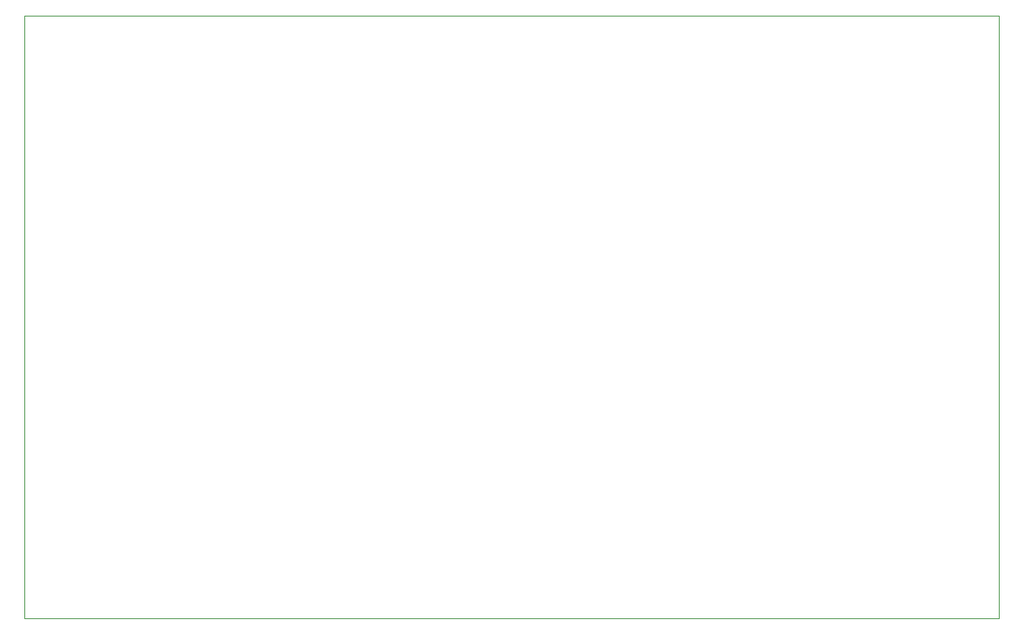
<source format=gm1>
G04 #@! TF.GenerationSoftware,KiCad,Pcbnew,(5.1.9)-1*
G04 #@! TF.CreationDate,2021-04-20T14:37:47+02:00*
G04 #@! TF.ProjectId,light-external-controller,6c696768-742d-4657-9874-65726e616c2d,rev?*
G04 #@! TF.SameCoordinates,Original*
G04 #@! TF.FileFunction,Profile,NP*
%FSLAX46Y46*%
G04 Gerber Fmt 4.6, Leading zero omitted, Abs format (unit mm)*
G04 Created by KiCad (PCBNEW (5.1.9)-1) date 2021-04-20 14:37:47*
%MOMM*%
%LPD*%
G01*
G04 APERTURE LIST*
G04 #@! TA.AperFunction,Profile*
%ADD10C,0.050000*%
G04 #@! TD*
G04 APERTURE END LIST*
D10*
X155000000Y-85000000D02*
X50000000Y-85000000D01*
X155000000Y-150000000D02*
X155000000Y-85000000D01*
X50000000Y-150000000D02*
X155000000Y-150000000D01*
X50000000Y-150000000D02*
X50000000Y-85000000D01*
M02*

</source>
